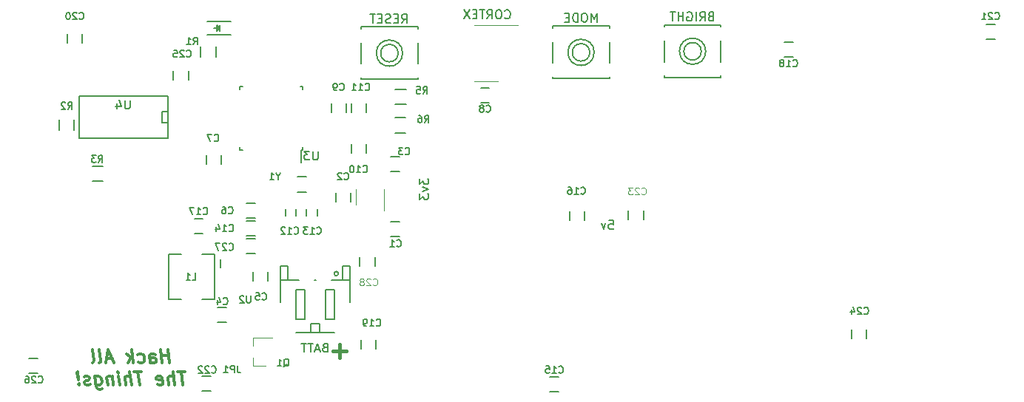
<source format=gbo>
G04 #@! TF.FileFunction,Legend,Bot*
%FSLAX46Y46*%
G04 Gerber Fmt 4.6, Leading zero omitted, Abs format (unit mm)*
G04 Created by KiCad (PCBNEW 4.0.4+e1-6308~48~ubuntu14.04.1-stable) date Wed Jun 28 21:35:02 2017*
%MOMM*%
%LPD*%
G01*
G04 APERTURE LIST*
%ADD10C,0.100000*%
%ADD11C,0.300000*%
%ADD12C,0.400000*%
%ADD13C,0.150000*%
%ADD14C,0.120000*%
%ADD15C,0.450000*%
%ADD16C,0.889000*%
%ADD17R,0.380000X0.900000*%
%ADD18R,2.250000X1.700000*%
%ADD19R,0.650000X1.700000*%
%ADD20R,1.700000X0.650000*%
%ADD21R,1.100000X3.600000*%
%ADD22R,1.700000X3.500000*%
%ADD23R,0.750000X1.160000*%
%ADD24R,0.608000X1.243000*%
%ADD25C,3.100000*%
%ADD26R,1.100000X1.900000*%
%ADD27R,2.100000X2.100000*%
%ADD28R,2.500000X0.850000*%
%ADD29R,3.300000X1.100000*%
%ADD30R,0.500000X1.450000*%
%ADD31R,2.200000X1.700000*%
%ADD32R,1.900000X2.000000*%
%ADD33C,6.100000*%
%ADD34R,1.298880X1.298880*%
%ADD35R,0.850000X0.900000*%
%ADD36R,1.100000X1.350000*%
%ADD37R,1.350000X1.100000*%
%ADD38R,1.400000X0.800000*%
%ADD39R,0.800000X1.400000*%
%ADD40R,1.000000X0.900000*%
%ADD41R,0.584200X0.965200*%
G04 APERTURE END LIST*
D10*
D11*
X55368963Y-73698571D02*
X55181463Y-72198571D01*
X55270749Y-72912857D02*
X54413606Y-72912857D01*
X54511820Y-73698571D02*
X54324320Y-72198571D01*
X53154677Y-73698571D02*
X53056463Y-72912857D01*
X53110035Y-72770000D01*
X53243963Y-72698571D01*
X53529677Y-72698571D01*
X53681463Y-72770000D01*
X53145749Y-73627143D02*
X53297534Y-73698571D01*
X53654677Y-73698571D01*
X53788606Y-73627143D01*
X53842178Y-73484286D01*
X53824321Y-73341429D01*
X53735034Y-73198571D01*
X53583249Y-73127143D01*
X53226106Y-73127143D01*
X53074320Y-73055714D01*
X51788606Y-73627143D02*
X51940391Y-73698571D01*
X52226105Y-73698571D01*
X52360035Y-73627143D01*
X52422534Y-73555714D01*
X52476106Y-73412857D01*
X52422535Y-72984286D01*
X52333249Y-72841429D01*
X52252892Y-72770000D01*
X52101105Y-72698571D01*
X51815391Y-72698571D01*
X51681463Y-72770000D01*
X51154677Y-73698571D02*
X50967177Y-72198571D01*
X50940392Y-73127143D02*
X50583249Y-73698571D01*
X50458249Y-72698571D02*
X51101106Y-73270000D01*
X48815392Y-73270000D02*
X48101106Y-73270000D01*
X49011820Y-73698571D02*
X48324320Y-72198571D01*
X48011820Y-73698571D01*
X47297534Y-73698571D02*
X47431464Y-73627143D01*
X47485035Y-73484286D01*
X47324320Y-72198571D01*
X46511820Y-73698571D02*
X46645750Y-73627143D01*
X46699321Y-73484286D01*
X46538606Y-72198571D01*
X57074321Y-74748571D02*
X56217178Y-74748571D01*
X56833249Y-76248571D02*
X56645749Y-74748571D01*
X55904678Y-76248571D02*
X55717178Y-74748571D01*
X55261821Y-76248571D02*
X55163607Y-75462857D01*
X55217179Y-75320000D01*
X55351107Y-75248571D01*
X55565392Y-75248571D01*
X55717179Y-75320000D01*
X55797536Y-75391429D01*
X53967179Y-76177143D02*
X54118964Y-76248571D01*
X54404678Y-76248571D01*
X54538607Y-76177143D01*
X54592179Y-76034286D01*
X54520750Y-75462857D01*
X54431464Y-75320000D01*
X54279678Y-75248571D01*
X53993964Y-75248571D01*
X53860036Y-75320000D01*
X53806464Y-75462857D01*
X53824321Y-75605714D01*
X54556464Y-75748571D01*
X52145750Y-74748571D02*
X51288607Y-74748571D01*
X51904678Y-76248571D02*
X51717178Y-74748571D01*
X50976107Y-76248571D02*
X50788607Y-74748571D01*
X50333250Y-76248571D02*
X50235036Y-75462857D01*
X50288608Y-75320000D01*
X50422536Y-75248571D01*
X50636821Y-75248571D01*
X50788608Y-75320000D01*
X50868965Y-75391429D01*
X49618964Y-76248571D02*
X49493964Y-75248571D01*
X49431464Y-74748571D02*
X49511822Y-74820000D01*
X49449322Y-74891429D01*
X49368965Y-74820000D01*
X49431464Y-74748571D01*
X49449322Y-74891429D01*
X48779678Y-75248571D02*
X48904678Y-76248571D01*
X48797536Y-75391429D02*
X48717179Y-75320000D01*
X48565392Y-75248571D01*
X48351107Y-75248571D01*
X48217179Y-75320000D01*
X48163607Y-75462857D01*
X48261821Y-76248571D01*
X46779678Y-75248571D02*
X46931464Y-76462857D01*
X47020750Y-76605714D01*
X47101107Y-76677143D01*
X47252892Y-76748571D01*
X47467178Y-76748571D01*
X47601107Y-76677143D01*
X46895750Y-76177143D02*
X47047535Y-76248571D01*
X47333249Y-76248571D01*
X47467179Y-76177143D01*
X47529678Y-76105714D01*
X47583250Y-75962857D01*
X47529679Y-75534286D01*
X47440393Y-75391429D01*
X47360036Y-75320000D01*
X47208249Y-75248571D01*
X46922535Y-75248571D01*
X46788607Y-75320000D01*
X46252893Y-76177143D02*
X46118964Y-76248571D01*
X45833249Y-76248571D01*
X45681464Y-76177143D01*
X45592179Y-76034286D01*
X45583250Y-75962857D01*
X45636821Y-75820000D01*
X45770749Y-75748571D01*
X45985035Y-75748571D01*
X46118964Y-75677143D01*
X46172536Y-75534286D01*
X46163607Y-75462857D01*
X46074321Y-75320000D01*
X45922535Y-75248571D01*
X45708249Y-75248571D01*
X45574321Y-75320000D01*
X44958249Y-76105714D02*
X44895750Y-76177143D01*
X44976106Y-76248571D01*
X45038607Y-76177143D01*
X44958249Y-76105714D01*
X44976106Y-76248571D01*
X44904678Y-75677143D02*
X44868964Y-74820000D01*
X44788606Y-74748571D01*
X44726107Y-74820000D01*
X44904678Y-75677143D01*
X44788606Y-74748571D01*
D12*
X75564905Y-72405857D02*
X74041095Y-72405857D01*
X74803000Y-73167762D02*
X74803000Y-71643952D01*
D13*
X61145000Y-62800000D02*
X61145000Y-61900000D01*
X70606000Y-49345000D02*
X70381000Y-49345000D01*
X70606000Y-42095000D02*
X70281000Y-42095000D01*
X63356000Y-42095000D02*
X63681000Y-42095000D01*
X63356000Y-49345000D02*
X63681000Y-49345000D01*
X70606000Y-49345000D02*
X70606000Y-49020000D01*
X63356000Y-49345000D02*
X63356000Y-49020000D01*
X63356000Y-42095000D02*
X63356000Y-42420000D01*
X70606000Y-42095000D02*
X70606000Y-42420000D01*
X70381000Y-49345000D02*
X70381000Y-50770000D01*
X74659000Y-63515000D02*
G75*
G03X74659000Y-63515000I-250000J0D01*
G01*
X72509000Y-70265000D02*
X72509000Y-69265000D01*
X72509000Y-69265000D02*
X71509000Y-69265000D01*
X71509000Y-69265000D02*
X71509000Y-70265000D01*
X73909000Y-64265000D02*
X75159000Y-64265000D01*
X75159000Y-64265000D02*
X75159000Y-62665000D01*
X75159000Y-62665000D02*
X75959000Y-62665000D01*
X75959000Y-62665000D02*
X75959000Y-66765000D01*
X75159000Y-64265000D02*
X75959000Y-64265000D01*
X70109000Y-64265000D02*
X68859000Y-64265000D01*
X68859000Y-64265000D02*
X68859000Y-62665000D01*
X68859000Y-62665000D02*
X68059000Y-62665000D01*
X68059000Y-62665000D02*
X68059000Y-66765000D01*
X68859000Y-64265000D02*
X68059000Y-64265000D01*
X74209000Y-70265000D02*
X69809000Y-70265000D01*
X74209000Y-65365000D02*
X74209000Y-68765000D01*
X74209000Y-68765000D02*
X73209000Y-68765000D01*
X73209000Y-68765000D02*
X73209000Y-65365000D01*
X73209000Y-65365000D02*
X74209000Y-65365000D01*
X69809000Y-65365000D02*
X69809000Y-68765000D01*
X69809000Y-68765000D02*
X70809000Y-68765000D01*
X70809000Y-68765000D02*
X70809000Y-65365000D01*
X70809000Y-65365000D02*
X69809000Y-65365000D01*
X72109000Y-64265000D02*
X71909000Y-64265000D01*
D14*
X76624000Y-55637000D02*
X76624000Y-53837000D01*
X79844000Y-53837000D02*
X79844000Y-56287000D01*
D13*
X44958000Y-43180000D02*
X44958000Y-48006000D01*
X44958000Y-48006000D02*
X55118000Y-48006000D01*
X55118000Y-48006000D02*
X55118000Y-43180000D01*
X55118000Y-43180000D02*
X44958000Y-43180000D01*
X55118000Y-44958000D02*
X54483000Y-44958000D01*
X54483000Y-44958000D02*
X54483000Y-46228000D01*
X54483000Y-46228000D02*
X55118000Y-46228000D01*
X70973500Y-54176500D02*
X69973500Y-54176500D01*
X70973500Y-52376500D02*
X69973500Y-52376500D01*
X56675000Y-66475000D02*
X55275000Y-66475000D01*
X55275000Y-66475000D02*
X55275000Y-61275000D01*
X55275000Y-61275000D02*
X56675000Y-61275000D01*
X60475000Y-66475000D02*
X60475000Y-61275000D01*
X60475000Y-61275000D02*
X59075000Y-61275000D01*
X60475000Y-66475000D02*
X59075000Y-66475000D01*
D14*
X92906000Y-35053000D02*
X92906000Y-35033000D01*
X92906000Y-35033000D02*
X90246000Y-35033000D01*
X90246000Y-35033000D02*
X90246000Y-35053000D01*
X92906000Y-41483000D02*
X92906000Y-41503000D01*
X92906000Y-41503000D02*
X90246000Y-41503000D01*
X90246000Y-41503000D02*
X90246000Y-41483000D01*
X95211000Y-35053000D02*
X92906000Y-35053000D01*
D13*
X77250000Y-35250000D02*
X77250000Y-35450000D01*
X77250000Y-41250000D02*
X77250000Y-41050000D01*
X83750000Y-41250000D02*
X83750000Y-41050000D01*
X83750000Y-35250000D02*
X83750000Y-35450000D01*
X83750000Y-37050000D02*
X83750000Y-39450000D01*
X77250000Y-37050000D02*
X77250000Y-39450000D01*
X77250000Y-35250000D02*
X83750000Y-35250000D01*
X83750000Y-41250000D02*
X77250000Y-41250000D01*
X81500000Y-38250000D02*
G75*
G03X81500000Y-38250000I-1000000J0D01*
G01*
X82000000Y-38250000D02*
G75*
G03X82000000Y-38250000I-1500000J0D01*
G01*
X105675500Y-41163500D02*
X105675500Y-40963500D01*
X105675500Y-35163500D02*
X105675500Y-35363500D01*
X99175500Y-35163500D02*
X99175500Y-35363500D01*
X99175500Y-41163500D02*
X99175500Y-40963500D01*
X99175500Y-39363500D02*
X99175500Y-36963500D01*
X105675500Y-39363500D02*
X105675500Y-36963500D01*
X105675500Y-41163500D02*
X99175500Y-41163500D01*
X99175500Y-35163500D02*
X105675500Y-35163500D01*
X103425500Y-38163500D02*
G75*
G03X103425500Y-38163500I-1000000J0D01*
G01*
X103925500Y-38163500D02*
G75*
G03X103925500Y-38163500I-1500000J0D01*
G01*
X118439000Y-41036500D02*
X118439000Y-40836500D01*
X118439000Y-35036500D02*
X118439000Y-35236500D01*
X111939000Y-35036500D02*
X111939000Y-35236500D01*
X111939000Y-41036500D02*
X111939000Y-40836500D01*
X111939000Y-39236500D02*
X111939000Y-36836500D01*
X118439000Y-39236500D02*
X118439000Y-36836500D01*
X118439000Y-41036500D02*
X111939000Y-41036500D01*
X111939000Y-35036500D02*
X118439000Y-35036500D01*
X116189000Y-38036500D02*
G75*
G03X116189000Y-38036500I-1000000J0D01*
G01*
X116689000Y-38036500D02*
G75*
G03X116689000Y-38036500I-1500000J0D01*
G01*
X62369500Y-36119500D02*
X59669500Y-36119500D01*
X62369500Y-34619500D02*
X59669500Y-34619500D01*
X60869500Y-35519500D02*
X60869500Y-35269500D01*
X60869500Y-35269500D02*
X61019500Y-35419500D01*
X61119500Y-35019500D02*
X61119500Y-35719500D01*
X60769500Y-35369500D02*
X60419500Y-35369500D01*
X61119500Y-35369500D02*
X60769500Y-35019500D01*
X60769500Y-35019500D02*
X60769500Y-35719500D01*
X60769500Y-35719500D02*
X61119500Y-35369500D01*
X68615000Y-56165000D02*
X68615000Y-56865000D01*
X69815000Y-56865000D02*
X69815000Y-56165000D01*
X71028000Y-56165000D02*
X71028000Y-56865000D01*
X72228000Y-56865000D02*
X72228000Y-56165000D01*
X81655000Y-59270000D02*
X80655000Y-59270000D01*
X80655000Y-57570000D02*
X81655000Y-57570000D01*
X74336000Y-55237000D02*
X74336000Y-54237000D01*
X76036000Y-54237000D02*
X76036000Y-55237000D01*
X81655000Y-51777000D02*
X80655000Y-51777000D01*
X80655000Y-50077000D02*
X81655000Y-50077000D01*
X60841000Y-67349000D02*
X61841000Y-67349000D01*
X61841000Y-69049000D02*
X60841000Y-69049000D01*
X66597000Y-63300000D02*
X66597000Y-64300000D01*
X64897000Y-64300000D02*
X64897000Y-63300000D01*
X65143000Y-57111000D02*
X64143000Y-57111000D01*
X64143000Y-55411000D02*
X65143000Y-55411000D01*
X65143000Y-59143000D02*
X64143000Y-59143000D01*
X64143000Y-57443000D02*
X65143000Y-57443000D01*
X65143000Y-61175000D02*
X64143000Y-61175000D01*
X64143000Y-59475000D02*
X65143000Y-59475000D01*
X60628500Y-38700000D02*
X60628500Y-37500000D01*
X58878500Y-37500000D02*
X58878500Y-38700000D01*
X59538500Y-50919000D02*
X59538500Y-49919000D01*
X61238500Y-49919000D02*
X61238500Y-50919000D01*
X75589500Y-44013500D02*
X75589500Y-45013500D01*
X73889500Y-45013500D02*
X73889500Y-44013500D01*
X76175500Y-49712500D02*
X76175500Y-48712500D01*
X77875500Y-48712500D02*
X77875500Y-49712500D01*
X77875500Y-44013500D02*
X77875500Y-45013500D01*
X76175500Y-45013500D02*
X76175500Y-44013500D01*
X91940000Y-43903000D02*
X90940000Y-43903000D01*
X90940000Y-42203000D02*
X91940000Y-42203000D01*
X81188000Y-44118500D02*
X82388000Y-44118500D01*
X82388000Y-42368500D02*
X81188000Y-42368500D01*
X82350000Y-45625000D02*
X81150000Y-45625000D01*
X81150000Y-47375000D02*
X82350000Y-47375000D01*
X98877500Y-75350000D02*
X99877500Y-75350000D01*
X99877500Y-77050000D02*
X98877500Y-77050000D01*
X101136000Y-57396000D02*
X101136000Y-56396000D01*
X102836000Y-56396000D02*
X102836000Y-57396000D01*
X126674500Y-38696000D02*
X125674500Y-38696000D01*
X125674500Y-36996000D02*
X126674500Y-36996000D01*
X78955000Y-71128000D02*
X78955000Y-72128000D01*
X77255000Y-72128000D02*
X77255000Y-71128000D01*
X45363500Y-36076000D02*
X45363500Y-37076000D01*
X43663500Y-37076000D02*
X43663500Y-36076000D01*
X148788500Y-34964000D02*
X149788500Y-34964000D01*
X149788500Y-36664000D02*
X148788500Y-36664000D01*
X59063000Y-75223000D02*
X60063000Y-75223000D01*
X60063000Y-76923000D02*
X59063000Y-76923000D01*
X135089000Y-69921500D02*
X135089000Y-70921500D01*
X133389000Y-70921500D02*
X133389000Y-69921500D01*
X57492000Y-40267000D02*
X57492000Y-41267000D01*
X55792000Y-41267000D02*
X55792000Y-40267000D01*
X40251000Y-74954500D02*
X39251000Y-74954500D01*
X39251000Y-73254500D02*
X40251000Y-73254500D01*
D14*
X64899000Y-74033500D02*
X64899000Y-73103500D01*
X64899000Y-70873500D02*
X64899000Y-71803500D01*
X64899000Y-70873500D02*
X67059000Y-70873500D01*
X64899000Y-74033500D02*
X66359000Y-74033500D01*
D13*
X58174000Y-57189000D02*
X59174000Y-57189000D01*
X59174000Y-58889000D02*
X58174000Y-58889000D01*
X42686000Y-45882000D02*
X42686000Y-47082000D01*
X44436000Y-47082000D02*
X44436000Y-45882000D01*
X46517000Y-52945000D02*
X47717000Y-52945000D01*
X47717000Y-51195000D02*
X46517000Y-51195000D01*
X107862000Y-57269000D02*
X107862000Y-56269000D01*
X109562000Y-56269000D02*
X109562000Y-57269000D01*
X77128000Y-62603000D02*
X77128000Y-61603000D01*
X78828000Y-61603000D02*
X78828000Y-62603000D01*
X64617524Y-66046405D02*
X64617524Y-66694024D01*
X64579429Y-66770214D01*
X64541333Y-66808310D01*
X64465143Y-66846405D01*
X64312762Y-66846405D01*
X64236571Y-66808310D01*
X64198476Y-66770214D01*
X64160381Y-66694024D01*
X64160381Y-66046405D01*
X63817524Y-66122595D02*
X63779429Y-66084500D01*
X63703238Y-66046405D01*
X63512762Y-66046405D01*
X63436572Y-66084500D01*
X63398476Y-66122595D01*
X63360381Y-66198786D01*
X63360381Y-66274976D01*
X63398476Y-66389262D01*
X63855619Y-66846405D01*
X63360381Y-66846405D01*
X72314905Y-49490381D02*
X72314905Y-50299905D01*
X72267286Y-50395143D01*
X72219667Y-50442762D01*
X72124429Y-50490381D01*
X71933952Y-50490381D01*
X71838714Y-50442762D01*
X71791095Y-50395143D01*
X71743476Y-50299905D01*
X71743476Y-49490381D01*
X71362524Y-49490381D02*
X70743476Y-49490381D01*
X71076810Y-49871333D01*
X70933952Y-49871333D01*
X70838714Y-49918952D01*
X70791095Y-49966571D01*
X70743476Y-50061810D01*
X70743476Y-50299905D01*
X70791095Y-50395143D01*
X70838714Y-50442762D01*
X70933952Y-50490381D01*
X71219667Y-50490381D01*
X71314905Y-50442762D01*
X71362524Y-50395143D01*
X73128047Y-71968571D02*
X72985190Y-72016190D01*
X72937571Y-72063810D01*
X72889952Y-72159048D01*
X72889952Y-72301905D01*
X72937571Y-72397143D01*
X72985190Y-72444762D01*
X73080428Y-72492381D01*
X73461381Y-72492381D01*
X73461381Y-71492381D01*
X73128047Y-71492381D01*
X73032809Y-71540000D01*
X72985190Y-71587619D01*
X72937571Y-71682857D01*
X72937571Y-71778095D01*
X72985190Y-71873333D01*
X73032809Y-71920952D01*
X73128047Y-71968571D01*
X73461381Y-71968571D01*
X72509000Y-72206667D02*
X72032809Y-72206667D01*
X72604238Y-72492381D02*
X72270905Y-71492381D01*
X71937571Y-72492381D01*
X71747095Y-71492381D02*
X71175666Y-71492381D01*
X71461381Y-72492381D02*
X71461381Y-71492381D01*
X70985190Y-71492381D02*
X70413761Y-71492381D01*
X70699476Y-72492381D02*
X70699476Y-71492381D01*
D10*
X80554952Y-54432238D02*
X80878762Y-54432238D01*
X80916857Y-54451286D01*
X80935905Y-54470333D01*
X80954952Y-54508429D01*
X80954952Y-54584619D01*
X80935905Y-54622714D01*
X80916857Y-54641762D01*
X80878762Y-54660810D01*
X80554952Y-54660810D01*
X80954952Y-55060810D02*
X80954952Y-54832238D01*
X80954952Y-54946524D02*
X80554952Y-54946524D01*
X80612095Y-54908429D01*
X80650190Y-54870334D01*
X80669238Y-54832238D01*
D13*
X50799905Y-43648381D02*
X50799905Y-44457905D01*
X50752286Y-44553143D01*
X50704667Y-44600762D01*
X50609429Y-44648381D01*
X50418952Y-44648381D01*
X50323714Y-44600762D01*
X50276095Y-44553143D01*
X50228476Y-44457905D01*
X50228476Y-43648381D01*
X49323714Y-43981714D02*
X49323714Y-44648381D01*
X49561810Y-43600762D02*
X49799905Y-44315048D01*
X49180857Y-44315048D01*
X83986381Y-52657524D02*
X83986381Y-53276572D01*
X84367333Y-52943238D01*
X84367333Y-53086096D01*
X84414952Y-53181334D01*
X84462571Y-53228953D01*
X84557810Y-53276572D01*
X84795905Y-53276572D01*
X84891143Y-53228953D01*
X84938762Y-53181334D01*
X84986381Y-53086096D01*
X84986381Y-52800381D01*
X84938762Y-52705143D01*
X84891143Y-52657524D01*
X84319714Y-53609905D02*
X84986381Y-53848000D01*
X84319714Y-54086096D01*
X83986381Y-54371810D02*
X83986381Y-54990858D01*
X84367333Y-54657524D01*
X84367333Y-54800382D01*
X84414952Y-54895620D01*
X84462571Y-54943239D01*
X84557810Y-54990858D01*
X84795905Y-54990858D01*
X84891143Y-54943239D01*
X84938762Y-54895620D01*
X84986381Y-54800382D01*
X84986381Y-54514667D01*
X84938762Y-54419429D01*
X84891143Y-54371810D01*
X105616357Y-57427881D02*
X106092548Y-57427881D01*
X106140167Y-57904071D01*
X106092548Y-57856452D01*
X105997310Y-57808833D01*
X105759214Y-57808833D01*
X105663976Y-57856452D01*
X105616357Y-57904071D01*
X105568738Y-57999310D01*
X105568738Y-58237405D01*
X105616357Y-58332643D01*
X105663976Y-58380262D01*
X105759214Y-58427881D01*
X105997310Y-58427881D01*
X106092548Y-58380262D01*
X106140167Y-58332643D01*
X105235405Y-57761214D02*
X104997310Y-58427881D01*
X104759214Y-57761214D01*
X67754452Y-52368452D02*
X67754452Y-52749405D01*
X68021119Y-51949405D02*
X67754452Y-52368452D01*
X67487785Y-51949405D01*
X66802071Y-52749405D02*
X67259214Y-52749405D01*
X67030643Y-52749405D02*
X67030643Y-51949405D01*
X67106833Y-52063690D01*
X67183024Y-52139881D01*
X67259214Y-52177976D01*
X57918333Y-64242905D02*
X58299286Y-64242905D01*
X58299286Y-63442905D01*
X57232619Y-64242905D02*
X57689762Y-64242905D01*
X57461191Y-64242905D02*
X57461191Y-63442905D01*
X57537381Y-63557190D01*
X57613572Y-63633381D01*
X57689762Y-63671476D01*
X93717809Y-34202643D02*
X93765428Y-34250262D01*
X93908285Y-34297881D01*
X94003523Y-34297881D01*
X94146381Y-34250262D01*
X94241619Y-34155024D01*
X94289238Y-34059786D01*
X94336857Y-33869310D01*
X94336857Y-33726452D01*
X94289238Y-33535976D01*
X94241619Y-33440738D01*
X94146381Y-33345500D01*
X94003523Y-33297881D01*
X93908285Y-33297881D01*
X93765428Y-33345500D01*
X93717809Y-33393119D01*
X93098762Y-33297881D02*
X92908285Y-33297881D01*
X92813047Y-33345500D01*
X92717809Y-33440738D01*
X92670190Y-33631214D01*
X92670190Y-33964548D01*
X92717809Y-34155024D01*
X92813047Y-34250262D01*
X92908285Y-34297881D01*
X93098762Y-34297881D01*
X93194000Y-34250262D01*
X93289238Y-34155024D01*
X93336857Y-33964548D01*
X93336857Y-33631214D01*
X93289238Y-33440738D01*
X93194000Y-33345500D01*
X93098762Y-33297881D01*
X91670190Y-34297881D02*
X92003524Y-33821690D01*
X92241619Y-34297881D02*
X92241619Y-33297881D01*
X91860666Y-33297881D01*
X91765428Y-33345500D01*
X91717809Y-33393119D01*
X91670190Y-33488357D01*
X91670190Y-33631214D01*
X91717809Y-33726452D01*
X91765428Y-33774071D01*
X91860666Y-33821690D01*
X92241619Y-33821690D01*
X91384476Y-33297881D02*
X90813047Y-33297881D01*
X91098762Y-34297881D02*
X91098762Y-33297881D01*
X90479714Y-33774071D02*
X90146380Y-33774071D01*
X90003523Y-34297881D02*
X90479714Y-34297881D01*
X90479714Y-33297881D01*
X90003523Y-33297881D01*
X89670190Y-33297881D02*
X89003523Y-34297881D01*
X89003523Y-33297881D02*
X89670190Y-34297881D01*
X81906881Y-34805881D02*
X82240215Y-34329690D01*
X82478310Y-34805881D02*
X82478310Y-33805881D01*
X82097357Y-33805881D01*
X82002119Y-33853500D01*
X81954500Y-33901119D01*
X81906881Y-33996357D01*
X81906881Y-34139214D01*
X81954500Y-34234452D01*
X82002119Y-34282071D01*
X82097357Y-34329690D01*
X82478310Y-34329690D01*
X81478310Y-34282071D02*
X81144976Y-34282071D01*
X81002119Y-34805881D02*
X81478310Y-34805881D01*
X81478310Y-33805881D01*
X81002119Y-33805881D01*
X80621167Y-34758262D02*
X80478310Y-34805881D01*
X80240214Y-34805881D01*
X80144976Y-34758262D01*
X80097357Y-34710643D01*
X80049738Y-34615405D01*
X80049738Y-34520167D01*
X80097357Y-34424929D01*
X80144976Y-34377310D01*
X80240214Y-34329690D01*
X80430691Y-34282071D01*
X80525929Y-34234452D01*
X80573548Y-34186833D01*
X80621167Y-34091595D01*
X80621167Y-33996357D01*
X80573548Y-33901119D01*
X80525929Y-33853500D01*
X80430691Y-33805881D01*
X80192595Y-33805881D01*
X80049738Y-33853500D01*
X79621167Y-34282071D02*
X79287833Y-34282071D01*
X79144976Y-34805881D02*
X79621167Y-34805881D01*
X79621167Y-33805881D01*
X79144976Y-33805881D01*
X78859262Y-33805881D02*
X78287833Y-33805881D01*
X78573548Y-34805881D02*
X78573548Y-33805881D01*
X104235024Y-34678881D02*
X104235024Y-33678881D01*
X103901690Y-34393167D01*
X103568357Y-33678881D01*
X103568357Y-34678881D01*
X102901691Y-33678881D02*
X102711214Y-33678881D01*
X102615976Y-33726500D01*
X102520738Y-33821738D01*
X102473119Y-34012214D01*
X102473119Y-34345548D01*
X102520738Y-34536024D01*
X102615976Y-34631262D01*
X102711214Y-34678881D01*
X102901691Y-34678881D01*
X102996929Y-34631262D01*
X103092167Y-34536024D01*
X103139786Y-34345548D01*
X103139786Y-34012214D01*
X103092167Y-33821738D01*
X102996929Y-33726500D01*
X102901691Y-33678881D01*
X102044548Y-34678881D02*
X102044548Y-33678881D01*
X101806453Y-33678881D01*
X101663595Y-33726500D01*
X101568357Y-33821738D01*
X101520738Y-33916976D01*
X101473119Y-34107452D01*
X101473119Y-34250310D01*
X101520738Y-34440786D01*
X101568357Y-34536024D01*
X101663595Y-34631262D01*
X101806453Y-34678881D01*
X102044548Y-34678881D01*
X101044548Y-34155071D02*
X100711214Y-34155071D01*
X100568357Y-34678881D02*
X101044548Y-34678881D01*
X101044548Y-33678881D01*
X100568357Y-33678881D01*
X117260428Y-34028071D02*
X117117571Y-34075690D01*
X117069952Y-34123310D01*
X117022333Y-34218548D01*
X117022333Y-34361405D01*
X117069952Y-34456643D01*
X117117571Y-34504262D01*
X117212809Y-34551881D01*
X117593762Y-34551881D01*
X117593762Y-33551881D01*
X117260428Y-33551881D01*
X117165190Y-33599500D01*
X117117571Y-33647119D01*
X117069952Y-33742357D01*
X117069952Y-33837595D01*
X117117571Y-33932833D01*
X117165190Y-33980452D01*
X117260428Y-34028071D01*
X117593762Y-34028071D01*
X116022333Y-34551881D02*
X116355667Y-34075690D01*
X116593762Y-34551881D02*
X116593762Y-33551881D01*
X116212809Y-33551881D01*
X116117571Y-33599500D01*
X116069952Y-33647119D01*
X116022333Y-33742357D01*
X116022333Y-33885214D01*
X116069952Y-33980452D01*
X116117571Y-34028071D01*
X116212809Y-34075690D01*
X116593762Y-34075690D01*
X115593762Y-34551881D02*
X115593762Y-33551881D01*
X114593762Y-33599500D02*
X114689000Y-33551881D01*
X114831857Y-33551881D01*
X114974715Y-33599500D01*
X115069953Y-33694738D01*
X115117572Y-33789976D01*
X115165191Y-33980452D01*
X115165191Y-34123310D01*
X115117572Y-34313786D01*
X115069953Y-34409024D01*
X114974715Y-34504262D01*
X114831857Y-34551881D01*
X114736619Y-34551881D01*
X114593762Y-34504262D01*
X114546143Y-34456643D01*
X114546143Y-34123310D01*
X114736619Y-34123310D01*
X114117572Y-34551881D02*
X114117572Y-33551881D01*
X114117572Y-34028071D02*
X113546143Y-34028071D01*
X113546143Y-34551881D02*
X113546143Y-33551881D01*
X113212810Y-33551881D02*
X112641381Y-33551881D01*
X112927096Y-34551881D02*
X112927096Y-33551881D01*
X69602286Y-58896214D02*
X69640381Y-58934310D01*
X69754667Y-58972405D01*
X69830857Y-58972405D01*
X69945143Y-58934310D01*
X70021334Y-58858119D01*
X70059429Y-58781929D01*
X70097524Y-58629548D01*
X70097524Y-58515262D01*
X70059429Y-58362881D01*
X70021334Y-58286690D01*
X69945143Y-58210500D01*
X69830857Y-58172405D01*
X69754667Y-58172405D01*
X69640381Y-58210500D01*
X69602286Y-58248595D01*
X68840381Y-58972405D02*
X69297524Y-58972405D01*
X69068953Y-58972405D02*
X69068953Y-58172405D01*
X69145143Y-58286690D01*
X69221334Y-58362881D01*
X69297524Y-58400976D01*
X68535619Y-58248595D02*
X68497524Y-58210500D01*
X68421333Y-58172405D01*
X68230857Y-58172405D01*
X68154667Y-58210500D01*
X68116571Y-58248595D01*
X68078476Y-58324786D01*
X68078476Y-58400976D01*
X68116571Y-58515262D01*
X68573714Y-58972405D01*
X68078476Y-58972405D01*
X72205786Y-58896214D02*
X72243881Y-58934310D01*
X72358167Y-58972405D01*
X72434357Y-58972405D01*
X72548643Y-58934310D01*
X72624834Y-58858119D01*
X72662929Y-58781929D01*
X72701024Y-58629548D01*
X72701024Y-58515262D01*
X72662929Y-58362881D01*
X72624834Y-58286690D01*
X72548643Y-58210500D01*
X72434357Y-58172405D01*
X72358167Y-58172405D01*
X72243881Y-58210500D01*
X72205786Y-58248595D01*
X71443881Y-58972405D02*
X71901024Y-58972405D01*
X71672453Y-58972405D02*
X71672453Y-58172405D01*
X71748643Y-58286690D01*
X71824834Y-58362881D01*
X71901024Y-58400976D01*
X71177214Y-58172405D02*
X70681976Y-58172405D01*
X70948643Y-58477167D01*
X70834357Y-58477167D01*
X70758167Y-58515262D01*
X70720071Y-58553357D01*
X70681976Y-58629548D01*
X70681976Y-58820024D01*
X70720071Y-58896214D01*
X70758167Y-58934310D01*
X70834357Y-58972405D01*
X71062929Y-58972405D01*
X71139119Y-58934310D01*
X71177214Y-58896214D01*
X81349833Y-60356714D02*
X81387928Y-60394810D01*
X81502214Y-60432905D01*
X81578404Y-60432905D01*
X81692690Y-60394810D01*
X81768881Y-60318619D01*
X81806976Y-60242429D01*
X81845071Y-60090048D01*
X81845071Y-59975762D01*
X81806976Y-59823381D01*
X81768881Y-59747190D01*
X81692690Y-59671000D01*
X81578404Y-59632905D01*
X81502214Y-59632905D01*
X81387928Y-59671000D01*
X81349833Y-59709095D01*
X80587928Y-60432905D02*
X81045071Y-60432905D01*
X80816500Y-60432905D02*
X80816500Y-59632905D01*
X80892690Y-59747190D01*
X80968881Y-59823381D01*
X81045071Y-59861476D01*
X75317333Y-52673214D02*
X75355428Y-52711310D01*
X75469714Y-52749405D01*
X75545904Y-52749405D01*
X75660190Y-52711310D01*
X75736381Y-52635119D01*
X75774476Y-52558929D01*
X75812571Y-52406548D01*
X75812571Y-52292262D01*
X75774476Y-52139881D01*
X75736381Y-52063690D01*
X75660190Y-51987500D01*
X75545904Y-51949405D01*
X75469714Y-51949405D01*
X75355428Y-51987500D01*
X75317333Y-52025595D01*
X75012571Y-52025595D02*
X74974476Y-51987500D01*
X74898285Y-51949405D01*
X74707809Y-51949405D01*
X74631619Y-51987500D01*
X74593523Y-52025595D01*
X74555428Y-52101786D01*
X74555428Y-52177976D01*
X74593523Y-52292262D01*
X75050666Y-52749405D01*
X74555428Y-52749405D01*
X82302333Y-49815714D02*
X82340428Y-49853810D01*
X82454714Y-49891905D01*
X82530904Y-49891905D01*
X82645190Y-49853810D01*
X82721381Y-49777619D01*
X82759476Y-49701429D01*
X82797571Y-49549048D01*
X82797571Y-49434762D01*
X82759476Y-49282381D01*
X82721381Y-49206190D01*
X82645190Y-49130000D01*
X82530904Y-49091905D01*
X82454714Y-49091905D01*
X82340428Y-49130000D01*
X82302333Y-49168095D01*
X82035666Y-49091905D02*
X81540428Y-49091905D01*
X81807095Y-49396667D01*
X81692809Y-49396667D01*
X81616619Y-49434762D01*
X81578523Y-49472857D01*
X81540428Y-49549048D01*
X81540428Y-49739524D01*
X81578523Y-49815714D01*
X81616619Y-49853810D01*
X81692809Y-49891905D01*
X81921381Y-49891905D01*
X81997571Y-49853810D01*
X82035666Y-49815714D01*
X61503833Y-66979214D02*
X61541928Y-67017310D01*
X61656214Y-67055405D01*
X61732404Y-67055405D01*
X61846690Y-67017310D01*
X61922881Y-66941119D01*
X61960976Y-66864929D01*
X61999071Y-66712548D01*
X61999071Y-66598262D01*
X61960976Y-66445881D01*
X61922881Y-66369690D01*
X61846690Y-66293500D01*
X61732404Y-66255405D01*
X61656214Y-66255405D01*
X61541928Y-66293500D01*
X61503833Y-66331595D01*
X60818119Y-66522071D02*
X60818119Y-67055405D01*
X61008595Y-66217310D02*
X61199071Y-66788738D01*
X60703833Y-66788738D01*
X65919333Y-66452714D02*
X65957428Y-66490810D01*
X66071714Y-66528905D01*
X66147904Y-66528905D01*
X66262190Y-66490810D01*
X66338381Y-66414619D01*
X66376476Y-66338429D01*
X66414571Y-66186048D01*
X66414571Y-66071762D01*
X66376476Y-65919381D01*
X66338381Y-65843190D01*
X66262190Y-65767000D01*
X66147904Y-65728905D01*
X66071714Y-65728905D01*
X65957428Y-65767000D01*
X65919333Y-65805095D01*
X65195523Y-65728905D02*
X65576476Y-65728905D01*
X65614571Y-66109857D01*
X65576476Y-66071762D01*
X65500285Y-66033667D01*
X65309809Y-66033667D01*
X65233619Y-66071762D01*
X65195523Y-66109857D01*
X65157428Y-66186048D01*
X65157428Y-66376524D01*
X65195523Y-66452714D01*
X65233619Y-66490810D01*
X65309809Y-66528905D01*
X65500285Y-66528905D01*
X65576476Y-66490810D01*
X65614571Y-66452714D01*
X62084833Y-56564214D02*
X62122928Y-56602310D01*
X62237214Y-56640405D01*
X62313404Y-56640405D01*
X62427690Y-56602310D01*
X62503881Y-56526119D01*
X62541976Y-56449929D01*
X62580071Y-56297548D01*
X62580071Y-56183262D01*
X62541976Y-56030881D01*
X62503881Y-55954690D01*
X62427690Y-55878500D01*
X62313404Y-55840405D01*
X62237214Y-55840405D01*
X62122928Y-55878500D01*
X62084833Y-55916595D01*
X61399119Y-55840405D02*
X61551500Y-55840405D01*
X61627690Y-55878500D01*
X61665785Y-55916595D01*
X61741976Y-56030881D01*
X61780071Y-56183262D01*
X61780071Y-56488024D01*
X61741976Y-56564214D01*
X61703881Y-56602310D01*
X61627690Y-56640405D01*
X61475309Y-56640405D01*
X61399119Y-56602310D01*
X61361023Y-56564214D01*
X61322928Y-56488024D01*
X61322928Y-56297548D01*
X61361023Y-56221357D01*
X61399119Y-56183262D01*
X61475309Y-56145167D01*
X61627690Y-56145167D01*
X61703881Y-56183262D01*
X61741976Y-56221357D01*
X61780071Y-56297548D01*
X62148286Y-58596214D02*
X62186381Y-58634310D01*
X62300667Y-58672405D01*
X62376857Y-58672405D01*
X62491143Y-58634310D01*
X62567334Y-58558119D01*
X62605429Y-58481929D01*
X62643524Y-58329548D01*
X62643524Y-58215262D01*
X62605429Y-58062881D01*
X62567334Y-57986690D01*
X62491143Y-57910500D01*
X62376857Y-57872405D01*
X62300667Y-57872405D01*
X62186381Y-57910500D01*
X62148286Y-57948595D01*
X61386381Y-58672405D02*
X61843524Y-58672405D01*
X61614953Y-58672405D02*
X61614953Y-57872405D01*
X61691143Y-57986690D01*
X61767334Y-58062881D01*
X61843524Y-58100976D01*
X60700667Y-58139071D02*
X60700667Y-58672405D01*
X60891143Y-57834310D02*
X61081619Y-58405738D01*
X60586381Y-58405738D01*
X62148286Y-60755214D02*
X62186381Y-60793310D01*
X62300667Y-60831405D01*
X62376857Y-60831405D01*
X62491143Y-60793310D01*
X62567334Y-60717119D01*
X62605429Y-60640929D01*
X62643524Y-60488548D01*
X62643524Y-60374262D01*
X62605429Y-60221881D01*
X62567334Y-60145690D01*
X62491143Y-60069500D01*
X62376857Y-60031405D01*
X62300667Y-60031405D01*
X62186381Y-60069500D01*
X62148286Y-60107595D01*
X61843524Y-60107595D02*
X61805429Y-60069500D01*
X61729238Y-60031405D01*
X61538762Y-60031405D01*
X61462572Y-60069500D01*
X61424476Y-60107595D01*
X61386381Y-60183786D01*
X61386381Y-60259976D01*
X61424476Y-60374262D01*
X61881619Y-60831405D01*
X61386381Y-60831405D01*
X61119714Y-60031405D02*
X60586381Y-60031405D01*
X60929238Y-60831405D01*
X58045333Y-37255405D02*
X58312000Y-36874452D01*
X58502476Y-37255405D02*
X58502476Y-36455405D01*
X58197714Y-36455405D01*
X58121523Y-36493500D01*
X58083428Y-36531595D01*
X58045333Y-36607786D01*
X58045333Y-36722071D01*
X58083428Y-36798262D01*
X58121523Y-36836357D01*
X58197714Y-36874452D01*
X58502476Y-36874452D01*
X57283428Y-37255405D02*
X57740571Y-37255405D01*
X57512000Y-37255405D02*
X57512000Y-36455405D01*
X57588190Y-36569690D01*
X57664381Y-36645881D01*
X57740571Y-36683976D01*
X60458333Y-48291714D02*
X60496428Y-48329810D01*
X60610714Y-48367905D01*
X60686904Y-48367905D01*
X60801190Y-48329810D01*
X60877381Y-48253619D01*
X60915476Y-48177429D01*
X60953571Y-48025048D01*
X60953571Y-47910762D01*
X60915476Y-47758381D01*
X60877381Y-47682190D01*
X60801190Y-47606000D01*
X60686904Y-47567905D01*
X60610714Y-47567905D01*
X60496428Y-47606000D01*
X60458333Y-47644095D01*
X60191666Y-47567905D02*
X59658333Y-47567905D01*
X60001190Y-48367905D01*
X74809333Y-42449714D02*
X74847428Y-42487810D01*
X74961714Y-42525905D01*
X75037904Y-42525905D01*
X75152190Y-42487810D01*
X75228381Y-42411619D01*
X75266476Y-42335429D01*
X75304571Y-42183048D01*
X75304571Y-42068762D01*
X75266476Y-41916381D01*
X75228381Y-41840190D01*
X75152190Y-41764000D01*
X75037904Y-41725905D01*
X74961714Y-41725905D01*
X74847428Y-41764000D01*
X74809333Y-41802095D01*
X74428381Y-42525905D02*
X74276000Y-42525905D01*
X74199809Y-42487810D01*
X74161714Y-42449714D01*
X74085523Y-42335429D01*
X74047428Y-42183048D01*
X74047428Y-41878286D01*
X74085523Y-41802095D01*
X74123619Y-41764000D01*
X74199809Y-41725905D01*
X74352190Y-41725905D01*
X74428381Y-41764000D01*
X74466476Y-41802095D01*
X74504571Y-41878286D01*
X74504571Y-42068762D01*
X74466476Y-42144952D01*
X74428381Y-42183048D01*
X74352190Y-42221143D01*
X74199809Y-42221143D01*
X74123619Y-42183048D01*
X74085523Y-42144952D01*
X74047428Y-42068762D01*
X77476286Y-51847714D02*
X77514381Y-51885810D01*
X77628667Y-51923905D01*
X77704857Y-51923905D01*
X77819143Y-51885810D01*
X77895334Y-51809619D01*
X77933429Y-51733429D01*
X77971524Y-51581048D01*
X77971524Y-51466762D01*
X77933429Y-51314381D01*
X77895334Y-51238190D01*
X77819143Y-51162000D01*
X77704857Y-51123905D01*
X77628667Y-51123905D01*
X77514381Y-51162000D01*
X77476286Y-51200095D01*
X76714381Y-51923905D02*
X77171524Y-51923905D01*
X76942953Y-51923905D02*
X76942953Y-51123905D01*
X77019143Y-51238190D01*
X77095334Y-51314381D01*
X77171524Y-51352476D01*
X76219143Y-51123905D02*
X76142952Y-51123905D01*
X76066762Y-51162000D01*
X76028667Y-51200095D01*
X75990571Y-51276286D01*
X75952476Y-51428667D01*
X75952476Y-51619143D01*
X75990571Y-51771524D01*
X76028667Y-51847714D01*
X76066762Y-51885810D01*
X76142952Y-51923905D01*
X76219143Y-51923905D01*
X76295333Y-51885810D01*
X76333429Y-51847714D01*
X76371524Y-51771524D01*
X76409619Y-51619143D01*
X76409619Y-51428667D01*
X76371524Y-51276286D01*
X76333429Y-51200095D01*
X76295333Y-51162000D01*
X76219143Y-51123905D01*
X77730286Y-42449714D02*
X77768381Y-42487810D01*
X77882667Y-42525905D01*
X77958857Y-42525905D01*
X78073143Y-42487810D01*
X78149334Y-42411619D01*
X78187429Y-42335429D01*
X78225524Y-42183048D01*
X78225524Y-42068762D01*
X78187429Y-41916381D01*
X78149334Y-41840190D01*
X78073143Y-41764000D01*
X77958857Y-41725905D01*
X77882667Y-41725905D01*
X77768381Y-41764000D01*
X77730286Y-41802095D01*
X76968381Y-42525905D02*
X77425524Y-42525905D01*
X77196953Y-42525905D02*
X77196953Y-41725905D01*
X77273143Y-41840190D01*
X77349334Y-41916381D01*
X77425524Y-41954476D01*
X76206476Y-42525905D02*
X76663619Y-42525905D01*
X76435048Y-42525905D02*
X76435048Y-41725905D01*
X76511238Y-41840190D01*
X76587429Y-41916381D01*
X76663619Y-41954476D01*
X91573333Y-44926214D02*
X91611428Y-44964310D01*
X91725714Y-45002405D01*
X91801904Y-45002405D01*
X91916190Y-44964310D01*
X91992381Y-44888119D01*
X92030476Y-44811929D01*
X92068571Y-44659548D01*
X92068571Y-44545262D01*
X92030476Y-44392881D01*
X91992381Y-44316690D01*
X91916190Y-44240500D01*
X91801904Y-44202405D01*
X91725714Y-44202405D01*
X91611428Y-44240500D01*
X91573333Y-44278595D01*
X91116190Y-44545262D02*
X91192381Y-44507167D01*
X91230476Y-44469071D01*
X91268571Y-44392881D01*
X91268571Y-44354786D01*
X91230476Y-44278595D01*
X91192381Y-44240500D01*
X91116190Y-44202405D01*
X90963809Y-44202405D01*
X90887619Y-44240500D01*
X90849523Y-44278595D01*
X90811428Y-44354786D01*
X90811428Y-44392881D01*
X90849523Y-44469071D01*
X90887619Y-44507167D01*
X90963809Y-44545262D01*
X91116190Y-44545262D01*
X91192381Y-44583357D01*
X91230476Y-44621452D01*
X91268571Y-44697643D01*
X91268571Y-44850024D01*
X91230476Y-44926214D01*
X91192381Y-44964310D01*
X91116190Y-45002405D01*
X90963809Y-45002405D01*
X90887619Y-44964310D01*
X90849523Y-44926214D01*
X90811428Y-44850024D01*
X90811428Y-44697643D01*
X90849523Y-44621452D01*
X90887619Y-44583357D01*
X90963809Y-44545262D01*
X84334333Y-42906905D02*
X84601000Y-42525952D01*
X84791476Y-42906905D02*
X84791476Y-42106905D01*
X84486714Y-42106905D01*
X84410523Y-42145000D01*
X84372428Y-42183095D01*
X84334333Y-42259286D01*
X84334333Y-42373571D01*
X84372428Y-42449762D01*
X84410523Y-42487857D01*
X84486714Y-42525952D01*
X84791476Y-42525952D01*
X83610523Y-42106905D02*
X83991476Y-42106905D01*
X84029571Y-42487857D01*
X83991476Y-42449762D01*
X83915285Y-42411667D01*
X83724809Y-42411667D01*
X83648619Y-42449762D01*
X83610523Y-42487857D01*
X83572428Y-42564048D01*
X83572428Y-42754524D01*
X83610523Y-42830714D01*
X83648619Y-42868810D01*
X83724809Y-42906905D01*
X83915285Y-42906905D01*
X83991476Y-42868810D01*
X84029571Y-42830714D01*
X84524833Y-46208905D02*
X84791500Y-45827952D01*
X84981976Y-46208905D02*
X84981976Y-45408905D01*
X84677214Y-45408905D01*
X84601023Y-45447000D01*
X84562928Y-45485095D01*
X84524833Y-45561286D01*
X84524833Y-45675571D01*
X84562928Y-45751762D01*
X84601023Y-45789857D01*
X84677214Y-45827952D01*
X84981976Y-45827952D01*
X83839119Y-45408905D02*
X83991500Y-45408905D01*
X84067690Y-45447000D01*
X84105785Y-45485095D01*
X84181976Y-45599381D01*
X84220071Y-45751762D01*
X84220071Y-46056524D01*
X84181976Y-46132714D01*
X84143881Y-46170810D01*
X84067690Y-46208905D01*
X83915309Y-46208905D01*
X83839119Y-46170810D01*
X83801023Y-46132714D01*
X83762928Y-46056524D01*
X83762928Y-45866048D01*
X83801023Y-45789857D01*
X83839119Y-45751762D01*
X83915309Y-45713667D01*
X84067690Y-45713667D01*
X84143881Y-45751762D01*
X84181976Y-45789857D01*
X84220071Y-45866048D01*
X99891786Y-74834714D02*
X99929881Y-74872810D01*
X100044167Y-74910905D01*
X100120357Y-74910905D01*
X100234643Y-74872810D01*
X100310834Y-74796619D01*
X100348929Y-74720429D01*
X100387024Y-74568048D01*
X100387024Y-74453762D01*
X100348929Y-74301381D01*
X100310834Y-74225190D01*
X100234643Y-74149000D01*
X100120357Y-74110905D01*
X100044167Y-74110905D01*
X99929881Y-74149000D01*
X99891786Y-74187095D01*
X99129881Y-74910905D02*
X99587024Y-74910905D01*
X99358453Y-74910905D02*
X99358453Y-74110905D01*
X99434643Y-74225190D01*
X99510834Y-74301381D01*
X99587024Y-74339476D01*
X98406071Y-74110905D02*
X98787024Y-74110905D01*
X98825119Y-74491857D01*
X98787024Y-74453762D01*
X98710833Y-74415667D01*
X98520357Y-74415667D01*
X98444167Y-74453762D01*
X98406071Y-74491857D01*
X98367976Y-74568048D01*
X98367976Y-74758524D01*
X98406071Y-74834714D01*
X98444167Y-74872810D01*
X98520357Y-74910905D01*
X98710833Y-74910905D01*
X98787024Y-74872810D01*
X98825119Y-74834714D01*
X102431786Y-54324214D02*
X102469881Y-54362310D01*
X102584167Y-54400405D01*
X102660357Y-54400405D01*
X102774643Y-54362310D01*
X102850834Y-54286119D01*
X102888929Y-54209929D01*
X102927024Y-54057548D01*
X102927024Y-53943262D01*
X102888929Y-53790881D01*
X102850834Y-53714690D01*
X102774643Y-53638500D01*
X102660357Y-53600405D01*
X102584167Y-53600405D01*
X102469881Y-53638500D01*
X102431786Y-53676595D01*
X101669881Y-54400405D02*
X102127024Y-54400405D01*
X101898453Y-54400405D02*
X101898453Y-53600405D01*
X101974643Y-53714690D01*
X102050834Y-53790881D01*
X102127024Y-53828976D01*
X100984167Y-53600405D02*
X101136548Y-53600405D01*
X101212738Y-53638500D01*
X101250833Y-53676595D01*
X101327024Y-53790881D01*
X101365119Y-53943262D01*
X101365119Y-54248024D01*
X101327024Y-54324214D01*
X101288929Y-54362310D01*
X101212738Y-54400405D01*
X101060357Y-54400405D01*
X100984167Y-54362310D01*
X100946071Y-54324214D01*
X100907976Y-54248024D01*
X100907976Y-54057548D01*
X100946071Y-53981357D01*
X100984167Y-53943262D01*
X101060357Y-53905167D01*
X101212738Y-53905167D01*
X101288929Y-53943262D01*
X101327024Y-53981357D01*
X101365119Y-54057548D01*
X126688786Y-39719214D02*
X126726881Y-39757310D01*
X126841167Y-39795405D01*
X126917357Y-39795405D01*
X127031643Y-39757310D01*
X127107834Y-39681119D01*
X127145929Y-39604929D01*
X127184024Y-39452548D01*
X127184024Y-39338262D01*
X127145929Y-39185881D01*
X127107834Y-39109690D01*
X127031643Y-39033500D01*
X126917357Y-38995405D01*
X126841167Y-38995405D01*
X126726881Y-39033500D01*
X126688786Y-39071595D01*
X125926881Y-39795405D02*
X126384024Y-39795405D01*
X126155453Y-39795405D02*
X126155453Y-38995405D01*
X126231643Y-39109690D01*
X126307834Y-39185881D01*
X126384024Y-39223976D01*
X125469738Y-39338262D02*
X125545929Y-39300167D01*
X125584024Y-39262071D01*
X125622119Y-39185881D01*
X125622119Y-39147786D01*
X125584024Y-39071595D01*
X125545929Y-39033500D01*
X125469738Y-38995405D01*
X125317357Y-38995405D01*
X125241167Y-39033500D01*
X125203071Y-39071595D01*
X125164976Y-39147786D01*
X125164976Y-39185881D01*
X125203071Y-39262071D01*
X125241167Y-39300167D01*
X125317357Y-39338262D01*
X125469738Y-39338262D01*
X125545929Y-39376357D01*
X125584024Y-39414452D01*
X125622119Y-39490643D01*
X125622119Y-39643024D01*
X125584024Y-39719214D01*
X125545929Y-39757310D01*
X125469738Y-39795405D01*
X125317357Y-39795405D01*
X125241167Y-39757310D01*
X125203071Y-39719214D01*
X125164976Y-39643024D01*
X125164976Y-39490643D01*
X125203071Y-39414452D01*
X125241167Y-39376357D01*
X125317357Y-39338262D01*
X79000286Y-69437214D02*
X79038381Y-69475310D01*
X79152667Y-69513405D01*
X79228857Y-69513405D01*
X79343143Y-69475310D01*
X79419334Y-69399119D01*
X79457429Y-69322929D01*
X79495524Y-69170548D01*
X79495524Y-69056262D01*
X79457429Y-68903881D01*
X79419334Y-68827690D01*
X79343143Y-68751500D01*
X79228857Y-68713405D01*
X79152667Y-68713405D01*
X79038381Y-68751500D01*
X79000286Y-68789595D01*
X78238381Y-69513405D02*
X78695524Y-69513405D01*
X78466953Y-69513405D02*
X78466953Y-68713405D01*
X78543143Y-68827690D01*
X78619334Y-68903881D01*
X78695524Y-68941976D01*
X77857429Y-69513405D02*
X77705048Y-69513405D01*
X77628857Y-69475310D01*
X77590762Y-69437214D01*
X77514571Y-69322929D01*
X77476476Y-69170548D01*
X77476476Y-68865786D01*
X77514571Y-68789595D01*
X77552667Y-68751500D01*
X77628857Y-68713405D01*
X77781238Y-68713405D01*
X77857429Y-68751500D01*
X77895524Y-68789595D01*
X77933619Y-68865786D01*
X77933619Y-69056262D01*
X77895524Y-69132452D01*
X77857429Y-69170548D01*
X77781238Y-69208643D01*
X77628857Y-69208643D01*
X77552667Y-69170548D01*
X77514571Y-69132452D01*
X77476476Y-69056262D01*
X45027786Y-34321714D02*
X45065881Y-34359810D01*
X45180167Y-34397905D01*
X45256357Y-34397905D01*
X45370643Y-34359810D01*
X45446834Y-34283619D01*
X45484929Y-34207429D01*
X45523024Y-34055048D01*
X45523024Y-33940762D01*
X45484929Y-33788381D01*
X45446834Y-33712190D01*
X45370643Y-33636000D01*
X45256357Y-33597905D01*
X45180167Y-33597905D01*
X45065881Y-33636000D01*
X45027786Y-33674095D01*
X44723024Y-33674095D02*
X44684929Y-33636000D01*
X44608738Y-33597905D01*
X44418262Y-33597905D01*
X44342072Y-33636000D01*
X44303976Y-33674095D01*
X44265881Y-33750286D01*
X44265881Y-33826476D01*
X44303976Y-33940762D01*
X44761119Y-34397905D01*
X44265881Y-34397905D01*
X43770643Y-33597905D02*
X43694452Y-33597905D01*
X43618262Y-33636000D01*
X43580167Y-33674095D01*
X43542071Y-33750286D01*
X43503976Y-33902667D01*
X43503976Y-34093143D01*
X43542071Y-34245524D01*
X43580167Y-34321714D01*
X43618262Y-34359810D01*
X43694452Y-34397905D01*
X43770643Y-34397905D01*
X43846833Y-34359810D01*
X43884929Y-34321714D01*
X43923024Y-34245524D01*
X43961119Y-34093143D01*
X43961119Y-33902667D01*
X43923024Y-33750286D01*
X43884929Y-33674095D01*
X43846833Y-33636000D01*
X43770643Y-33597905D01*
X149802786Y-34321714D02*
X149840881Y-34359810D01*
X149955167Y-34397905D01*
X150031357Y-34397905D01*
X150145643Y-34359810D01*
X150221834Y-34283619D01*
X150259929Y-34207429D01*
X150298024Y-34055048D01*
X150298024Y-33940762D01*
X150259929Y-33788381D01*
X150221834Y-33712190D01*
X150145643Y-33636000D01*
X150031357Y-33597905D01*
X149955167Y-33597905D01*
X149840881Y-33636000D01*
X149802786Y-33674095D01*
X149498024Y-33674095D02*
X149459929Y-33636000D01*
X149383738Y-33597905D01*
X149193262Y-33597905D01*
X149117072Y-33636000D01*
X149078976Y-33674095D01*
X149040881Y-33750286D01*
X149040881Y-33826476D01*
X149078976Y-33940762D01*
X149536119Y-34397905D01*
X149040881Y-34397905D01*
X148278976Y-34397905D02*
X148736119Y-34397905D01*
X148507548Y-34397905D02*
X148507548Y-33597905D01*
X148583738Y-33712190D01*
X148659929Y-33788381D01*
X148736119Y-33826476D01*
X60140786Y-74834714D02*
X60178881Y-74872810D01*
X60293167Y-74910905D01*
X60369357Y-74910905D01*
X60483643Y-74872810D01*
X60559834Y-74796619D01*
X60597929Y-74720429D01*
X60636024Y-74568048D01*
X60636024Y-74453762D01*
X60597929Y-74301381D01*
X60559834Y-74225190D01*
X60483643Y-74149000D01*
X60369357Y-74110905D01*
X60293167Y-74110905D01*
X60178881Y-74149000D01*
X60140786Y-74187095D01*
X59836024Y-74187095D02*
X59797929Y-74149000D01*
X59721738Y-74110905D01*
X59531262Y-74110905D01*
X59455072Y-74149000D01*
X59416976Y-74187095D01*
X59378881Y-74263286D01*
X59378881Y-74339476D01*
X59416976Y-74453762D01*
X59874119Y-74910905D01*
X59378881Y-74910905D01*
X59074119Y-74187095D02*
X59036024Y-74149000D01*
X58959833Y-74110905D01*
X58769357Y-74110905D01*
X58693167Y-74149000D01*
X58655071Y-74187095D01*
X58616976Y-74263286D01*
X58616976Y-74339476D01*
X58655071Y-74453762D01*
X59112214Y-74910905D01*
X58616976Y-74910905D01*
X134816786Y-68103714D02*
X134854881Y-68141810D01*
X134969167Y-68179905D01*
X135045357Y-68179905D01*
X135159643Y-68141810D01*
X135235834Y-68065619D01*
X135273929Y-67989429D01*
X135312024Y-67837048D01*
X135312024Y-67722762D01*
X135273929Y-67570381D01*
X135235834Y-67494190D01*
X135159643Y-67418000D01*
X135045357Y-67379905D01*
X134969167Y-67379905D01*
X134854881Y-67418000D01*
X134816786Y-67456095D01*
X134512024Y-67456095D02*
X134473929Y-67418000D01*
X134397738Y-67379905D01*
X134207262Y-67379905D01*
X134131072Y-67418000D01*
X134092976Y-67456095D01*
X134054881Y-67532286D01*
X134054881Y-67608476D01*
X134092976Y-67722762D01*
X134550119Y-68179905D01*
X134054881Y-68179905D01*
X133369167Y-67646571D02*
X133369167Y-68179905D01*
X133559643Y-67341810D02*
X133750119Y-67913238D01*
X133254881Y-67913238D01*
X57283286Y-38639714D02*
X57321381Y-38677810D01*
X57435667Y-38715905D01*
X57511857Y-38715905D01*
X57626143Y-38677810D01*
X57702334Y-38601619D01*
X57740429Y-38525429D01*
X57778524Y-38373048D01*
X57778524Y-38258762D01*
X57740429Y-38106381D01*
X57702334Y-38030190D01*
X57626143Y-37954000D01*
X57511857Y-37915905D01*
X57435667Y-37915905D01*
X57321381Y-37954000D01*
X57283286Y-37992095D01*
X56978524Y-37992095D02*
X56940429Y-37954000D01*
X56864238Y-37915905D01*
X56673762Y-37915905D01*
X56597572Y-37954000D01*
X56559476Y-37992095D01*
X56521381Y-38068286D01*
X56521381Y-38144476D01*
X56559476Y-38258762D01*
X57016619Y-38715905D01*
X56521381Y-38715905D01*
X55797571Y-37915905D02*
X56178524Y-37915905D01*
X56216619Y-38296857D01*
X56178524Y-38258762D01*
X56102333Y-38220667D01*
X55911857Y-38220667D01*
X55835667Y-38258762D01*
X55797571Y-38296857D01*
X55759476Y-38373048D01*
X55759476Y-38563524D01*
X55797571Y-38639714D01*
X55835667Y-38677810D01*
X55911857Y-38715905D01*
X56102333Y-38715905D01*
X56178524Y-38677810D01*
X56216619Y-38639714D01*
X40328786Y-75977714D02*
X40366881Y-76015810D01*
X40481167Y-76053905D01*
X40557357Y-76053905D01*
X40671643Y-76015810D01*
X40747834Y-75939619D01*
X40785929Y-75863429D01*
X40824024Y-75711048D01*
X40824024Y-75596762D01*
X40785929Y-75444381D01*
X40747834Y-75368190D01*
X40671643Y-75292000D01*
X40557357Y-75253905D01*
X40481167Y-75253905D01*
X40366881Y-75292000D01*
X40328786Y-75330095D01*
X40024024Y-75330095D02*
X39985929Y-75292000D01*
X39909738Y-75253905D01*
X39719262Y-75253905D01*
X39643072Y-75292000D01*
X39604976Y-75330095D01*
X39566881Y-75406286D01*
X39566881Y-75482476D01*
X39604976Y-75596762D01*
X40062119Y-76053905D01*
X39566881Y-76053905D01*
X38881167Y-75253905D02*
X39033548Y-75253905D01*
X39109738Y-75292000D01*
X39147833Y-75330095D01*
X39224024Y-75444381D01*
X39262119Y-75596762D01*
X39262119Y-75901524D01*
X39224024Y-75977714D01*
X39185929Y-76015810D01*
X39109738Y-76053905D01*
X38957357Y-76053905D01*
X38881167Y-76015810D01*
X38843071Y-75977714D01*
X38804976Y-75901524D01*
X38804976Y-75711048D01*
X38843071Y-75634857D01*
X38881167Y-75596762D01*
X38957357Y-75558667D01*
X39109738Y-75558667D01*
X39185929Y-75596762D01*
X39224024Y-75634857D01*
X39262119Y-75711048D01*
X68402190Y-74161595D02*
X68478381Y-74123500D01*
X68554571Y-74047310D01*
X68668857Y-73933024D01*
X68745048Y-73894929D01*
X68821238Y-73894929D01*
X68783143Y-74085405D02*
X68859333Y-74047310D01*
X68935524Y-73971119D01*
X68973619Y-73818738D01*
X68973619Y-73552071D01*
X68935524Y-73399690D01*
X68859333Y-73323500D01*
X68783143Y-73285405D01*
X68630762Y-73285405D01*
X68554571Y-73323500D01*
X68478381Y-73399690D01*
X68440286Y-73552071D01*
X68440286Y-73818738D01*
X68478381Y-73971119D01*
X68554571Y-74047310D01*
X68630762Y-74085405D01*
X68783143Y-74085405D01*
X67678381Y-74085405D02*
X68135524Y-74085405D01*
X67906953Y-74085405D02*
X67906953Y-73285405D01*
X67983143Y-73399690D01*
X68059334Y-73475881D01*
X68135524Y-73513976D01*
X59188286Y-56673714D02*
X59226381Y-56711810D01*
X59340667Y-56749905D01*
X59416857Y-56749905D01*
X59531143Y-56711810D01*
X59607334Y-56635619D01*
X59645429Y-56559429D01*
X59683524Y-56407048D01*
X59683524Y-56292762D01*
X59645429Y-56140381D01*
X59607334Y-56064190D01*
X59531143Y-55988000D01*
X59416857Y-55949905D01*
X59340667Y-55949905D01*
X59226381Y-55988000D01*
X59188286Y-56026095D01*
X58426381Y-56749905D02*
X58883524Y-56749905D01*
X58654953Y-56749905D02*
X58654953Y-55949905D01*
X58731143Y-56064190D01*
X58807334Y-56140381D01*
X58883524Y-56178476D01*
X58159714Y-55949905D02*
X57626381Y-55949905D01*
X57969238Y-56749905D01*
X43694333Y-44684905D02*
X43961000Y-44303952D01*
X44151476Y-44684905D02*
X44151476Y-43884905D01*
X43846714Y-43884905D01*
X43770523Y-43923000D01*
X43732428Y-43961095D01*
X43694333Y-44037286D01*
X43694333Y-44151571D01*
X43732428Y-44227762D01*
X43770523Y-44265857D01*
X43846714Y-44303952D01*
X44151476Y-44303952D01*
X43389571Y-43961095D02*
X43351476Y-43923000D01*
X43275285Y-43884905D01*
X43084809Y-43884905D01*
X43008619Y-43923000D01*
X42970523Y-43961095D01*
X42932428Y-44037286D01*
X42932428Y-44113476D01*
X42970523Y-44227762D01*
X43427666Y-44684905D01*
X42932428Y-44684905D01*
X47186833Y-50780905D02*
X47453500Y-50399952D01*
X47643976Y-50780905D02*
X47643976Y-49980905D01*
X47339214Y-49980905D01*
X47263023Y-50019000D01*
X47224928Y-50057095D01*
X47186833Y-50133286D01*
X47186833Y-50247571D01*
X47224928Y-50323762D01*
X47263023Y-50361857D01*
X47339214Y-50399952D01*
X47643976Y-50399952D01*
X46920166Y-49980905D02*
X46424928Y-49980905D01*
X46691595Y-50285667D01*
X46577309Y-50285667D01*
X46501119Y-50323762D01*
X46463023Y-50361857D01*
X46424928Y-50438048D01*
X46424928Y-50628524D01*
X46463023Y-50704714D01*
X46501119Y-50742810D01*
X46577309Y-50780905D01*
X46805881Y-50780905D01*
X46882071Y-50742810D01*
X46920166Y-50704714D01*
D10*
X109353286Y-54387714D02*
X109391381Y-54425810D01*
X109505667Y-54463905D01*
X109581857Y-54463905D01*
X109696143Y-54425810D01*
X109772334Y-54349619D01*
X109810429Y-54273429D01*
X109848524Y-54121048D01*
X109848524Y-54006762D01*
X109810429Y-53854381D01*
X109772334Y-53778190D01*
X109696143Y-53702000D01*
X109581857Y-53663905D01*
X109505667Y-53663905D01*
X109391381Y-53702000D01*
X109353286Y-53740095D01*
X109048524Y-53740095D02*
X109010429Y-53702000D01*
X108934238Y-53663905D01*
X108743762Y-53663905D01*
X108667572Y-53702000D01*
X108629476Y-53740095D01*
X108591381Y-53816286D01*
X108591381Y-53892476D01*
X108629476Y-54006762D01*
X109086619Y-54463905D01*
X108591381Y-54463905D01*
X108324714Y-53663905D02*
X107829476Y-53663905D01*
X108096143Y-53968667D01*
X107981857Y-53968667D01*
X107905667Y-54006762D01*
X107867571Y-54044857D01*
X107829476Y-54121048D01*
X107829476Y-54311524D01*
X107867571Y-54387714D01*
X107905667Y-54425810D01*
X107981857Y-54463905D01*
X108210429Y-54463905D01*
X108286619Y-54425810D01*
X108324714Y-54387714D01*
X78619286Y-64801714D02*
X78657381Y-64839810D01*
X78771667Y-64877905D01*
X78847857Y-64877905D01*
X78962143Y-64839810D01*
X79038334Y-64763619D01*
X79076429Y-64687429D01*
X79114524Y-64535048D01*
X79114524Y-64420762D01*
X79076429Y-64268381D01*
X79038334Y-64192190D01*
X78962143Y-64116000D01*
X78847857Y-64077905D01*
X78771667Y-64077905D01*
X78657381Y-64116000D01*
X78619286Y-64154095D01*
X78314524Y-64154095D02*
X78276429Y-64116000D01*
X78200238Y-64077905D01*
X78009762Y-64077905D01*
X77933572Y-64116000D01*
X77895476Y-64154095D01*
X77857381Y-64230286D01*
X77857381Y-64306476D01*
X77895476Y-64420762D01*
X78352619Y-64877905D01*
X77857381Y-64877905D01*
X77400238Y-64420762D02*
X77476429Y-64382667D01*
X77514524Y-64344571D01*
X77552619Y-64268381D01*
X77552619Y-64230286D01*
X77514524Y-64154095D01*
X77476429Y-64116000D01*
X77400238Y-64077905D01*
X77247857Y-64077905D01*
X77171667Y-64116000D01*
X77133571Y-64154095D01*
X77095476Y-64230286D01*
X77095476Y-64268381D01*
X77133571Y-64344571D01*
X77171667Y-64382667D01*
X77247857Y-64420762D01*
X77400238Y-64420762D01*
X77476429Y-64458857D01*
X77514524Y-64496952D01*
X77552619Y-64573143D01*
X77552619Y-64725524D01*
X77514524Y-64801714D01*
X77476429Y-64839810D01*
X77400238Y-64877905D01*
X77247857Y-64877905D01*
X77171667Y-64839810D01*
X77133571Y-64801714D01*
X77095476Y-64725524D01*
X77095476Y-64573143D01*
X77133571Y-64496952D01*
X77171667Y-64458857D01*
X77247857Y-64420762D01*
D13*
X63118166Y-74065405D02*
X63118166Y-74636833D01*
X63156262Y-74751119D01*
X63232452Y-74827310D01*
X63346738Y-74865405D01*
X63422928Y-74865405D01*
X62737214Y-74865405D02*
X62737214Y-74065405D01*
X62432452Y-74065405D01*
X62356261Y-74103500D01*
X62318166Y-74141595D01*
X62280071Y-74217786D01*
X62280071Y-74332071D01*
X62318166Y-74408262D01*
X62356261Y-74446357D01*
X62432452Y-74484452D01*
X62737214Y-74484452D01*
X61518166Y-74865405D02*
X61975309Y-74865405D01*
X61746738Y-74865405D02*
X61746738Y-74065405D01*
X61822928Y-74179690D01*
X61899119Y-74255881D01*
X61975309Y-74293976D01*
%LPC*%
D15*
X154750370Y-38793577D02*
X152653350Y-38128363D01*
X152494966Y-38627653D01*
X152499794Y-38958904D01*
X152636156Y-39221974D01*
X152804196Y-39385185D01*
X153171951Y-39611751D01*
X153471525Y-39706781D01*
X153902635Y-39733630D01*
X154134027Y-39697127D01*
X154397097Y-39560764D01*
X154591986Y-39292867D01*
X154750370Y-38793577D01*
X153731883Y-41657784D02*
X153895095Y-41489744D01*
X154021803Y-41090312D01*
X153985298Y-40858919D01*
X153817258Y-40695707D01*
X153018394Y-40442293D01*
X152787001Y-40478797D01*
X152623789Y-40646836D01*
X152497082Y-41046268D01*
X152533586Y-41277661D01*
X152701626Y-41440873D01*
X152901342Y-41504227D01*
X153417827Y-40569000D01*
X153446792Y-42556506D02*
X153483296Y-42787898D01*
X153356589Y-43187331D01*
X153193377Y-43355370D01*
X152961984Y-43391875D01*
X152862126Y-43360198D01*
X152694087Y-43196986D01*
X152657583Y-42965593D01*
X152752613Y-42666019D01*
X152716109Y-42434626D01*
X152548069Y-42271415D01*
X152448211Y-42239738D01*
X152216818Y-42276242D01*
X152053606Y-42444281D01*
X151958576Y-42743855D01*
X151995080Y-42975248D01*
X152976467Y-44385628D02*
X151578453Y-43942152D01*
X150879447Y-43720414D02*
X151010982Y-43652233D01*
X151079163Y-43783768D01*
X150947629Y-43851948D01*
X150879447Y-43720414D01*
X151079163Y-43783768D01*
X150976593Y-45839455D02*
X152674181Y-46377962D01*
X152905574Y-46341457D01*
X153037109Y-46273276D01*
X153200320Y-46105236D01*
X153295351Y-45805662D01*
X153258847Y-45574270D01*
X152274748Y-46251254D02*
X152437960Y-46083215D01*
X152564668Y-45683782D01*
X152528163Y-45452389D01*
X152459982Y-45320855D01*
X152291942Y-45157643D01*
X151692794Y-44967582D01*
X151461401Y-45004086D01*
X151329866Y-45072267D01*
X151166655Y-45240306D01*
X151039947Y-45639739D01*
X151076451Y-45871132D01*
X150659825Y-46838036D02*
X152057838Y-47281512D01*
X150859541Y-46901390D02*
X150728006Y-46969570D01*
X150564795Y-47137609D01*
X150469764Y-47437184D01*
X150506268Y-47668577D01*
X150674308Y-47831789D01*
X151772747Y-48180234D01*
X151102705Y-49946002D02*
X151265917Y-49777963D01*
X151392625Y-49378530D01*
X151356120Y-49147138D01*
X151188081Y-48983926D01*
X150389216Y-48730511D01*
X150157823Y-48767016D01*
X149994611Y-48935054D01*
X149867904Y-49334487D01*
X149904408Y-49565880D01*
X150072448Y-49729092D01*
X150272164Y-49792446D01*
X150788649Y-48857219D01*
X150600703Y-51874982D02*
X148503684Y-51209769D01*
X150500845Y-51843306D02*
X150664057Y-51675266D01*
X150790765Y-51275833D01*
X150754260Y-51044440D01*
X150686079Y-50912906D01*
X150518039Y-50749694D01*
X149918891Y-50559633D01*
X149687498Y-50596138D01*
X149555963Y-50664318D01*
X149392751Y-50832358D01*
X149266044Y-51231790D01*
X149302548Y-51463183D01*
X148456929Y-54821853D02*
X148461757Y-55153104D01*
X148529938Y-55284638D01*
X148697978Y-55447850D01*
X148997551Y-55542880D01*
X149228944Y-55506376D01*
X149360479Y-55438196D01*
X149523691Y-55270156D01*
X149777106Y-54471292D01*
X147680086Y-53806078D01*
X147458348Y-54505084D01*
X147494853Y-54736477D01*
X147563034Y-54868012D01*
X147731074Y-55031223D01*
X147930790Y-55094577D01*
X148162182Y-55058073D01*
X148293717Y-54989892D01*
X148456929Y-54821853D01*
X148678667Y-54122846D01*
X147777232Y-55925119D02*
X149016862Y-56867885D01*
X147460464Y-56923700D02*
X149016862Y-56867885D01*
X149579506Y-56826553D01*
X149711041Y-56758372D01*
X149874252Y-56590333D01*
X146687854Y-60745154D02*
X146619672Y-60613619D01*
X146583168Y-60382227D01*
X146646521Y-60182511D01*
X146809733Y-60014471D01*
X146941268Y-59946290D01*
X147172662Y-59909786D01*
X147372378Y-59973139D01*
X147540416Y-60136351D01*
X147608598Y-60267886D01*
X147645102Y-60499279D01*
X147581748Y-60698995D01*
X147418537Y-60867034D01*
X147287002Y-60935215D01*
X146488137Y-60681801D02*
X147287002Y-60935215D01*
X147355183Y-61066750D01*
X147323506Y-61166608D01*
X147160294Y-61334648D01*
X146928902Y-61371153D01*
X146429611Y-61212768D01*
X146193390Y-60918021D01*
X146088706Y-60555093D01*
X146115555Y-60123985D01*
X146342120Y-59756229D01*
X146636866Y-59520008D01*
X146999794Y-59415323D01*
X147430904Y-59442173D01*
X147798659Y-59668738D01*
X148034880Y-59963484D01*
X148139565Y-60326412D01*
X148112716Y-60757522D01*
X147886151Y-61125276D01*
X147591404Y-61361497D01*
X147242958Y-62459936D02*
X145145939Y-61794722D01*
X146422073Y-62968881D01*
X144702463Y-63192735D01*
X146799483Y-63857948D01*
X146197622Y-65755252D02*
X145099184Y-65406807D01*
X144931144Y-65243595D01*
X144894640Y-65012202D01*
X145021347Y-64612769D01*
X145184559Y-64444731D01*
X146097764Y-65723576D02*
X146260976Y-65555536D01*
X146419361Y-65056245D01*
X146382856Y-64824853D01*
X146214816Y-64661641D01*
X146015101Y-64598288D01*
X145783708Y-64634792D01*
X145620496Y-64802831D01*
X145462112Y-65302121D01*
X145298900Y-65470161D01*
X144577871Y-66010783D02*
X144324457Y-66809647D01*
X143783835Y-66088619D02*
X145581280Y-66658802D01*
X145749319Y-66822013D01*
X145785824Y-67053407D01*
X145722470Y-67253123D01*
X145500732Y-67952130D02*
X144102719Y-67508654D01*
X143403712Y-67286916D02*
X143535247Y-67218735D01*
X143603429Y-67350270D01*
X143471894Y-67418450D01*
X143403712Y-67286916D01*
X143603429Y-67350270D01*
X145183963Y-68950711D02*
X143785950Y-68507235D01*
X144185383Y-68633942D02*
X143953990Y-68670446D01*
X143822455Y-68738627D01*
X143659243Y-68906666D01*
X143595889Y-69106383D01*
D16*
X62801500Y-72428100D02*
X62801500Y-72478900D01*
D17*
X61445000Y-65262500D03*
X61445000Y-62337500D03*
X61945000Y-65262500D03*
X61945000Y-62337500D03*
X62445000Y-65262500D03*
X62445000Y-62337500D03*
X62945000Y-65262500D03*
X62945000Y-62337500D03*
X63445000Y-65262500D03*
X63445000Y-62337500D03*
D18*
X62445000Y-63800000D03*
D19*
X69781000Y-49970000D03*
X68981000Y-49970000D03*
X68181000Y-49970000D03*
X67381000Y-49970000D03*
X66581000Y-49970000D03*
X65781000Y-49970000D03*
X64981000Y-49970000D03*
X64181000Y-49970000D03*
D20*
X62731000Y-48520000D03*
X62731000Y-47720000D03*
X62731000Y-46920000D03*
X62731000Y-46120000D03*
X62731000Y-45320000D03*
X62731000Y-44520000D03*
X62731000Y-43720000D03*
X62731000Y-42920000D03*
D19*
X64181000Y-41470000D03*
X64981000Y-41470000D03*
X65781000Y-41470000D03*
X66581000Y-41470000D03*
X67381000Y-41470000D03*
X68181000Y-41470000D03*
X68981000Y-41470000D03*
X69781000Y-41470000D03*
D20*
X71231000Y-42920000D03*
X71231000Y-43720000D03*
X71231000Y-44520000D03*
X71231000Y-45320000D03*
X71231000Y-46120000D03*
X71231000Y-46920000D03*
X71231000Y-47720000D03*
X71231000Y-48520000D03*
D21*
X73009000Y-63265000D03*
X71009000Y-63265000D03*
D22*
X75409000Y-68815000D03*
X68609000Y-68815000D03*
D23*
X79184000Y-55837000D03*
X78234000Y-55837000D03*
X77284000Y-55837000D03*
X77284000Y-53637000D03*
X79184000Y-53637000D03*
D24*
X53848000Y-48768000D03*
X52578000Y-48768000D03*
X51308000Y-48768000D03*
X50038000Y-48768000D03*
X48768000Y-48768000D03*
X47498000Y-48768000D03*
X46228000Y-48768000D03*
X46228000Y-42418000D03*
X47498000Y-42418000D03*
X50038000Y-42418000D03*
X51308000Y-42418000D03*
X52578000Y-42418000D03*
X53848000Y-42418000D03*
X48768000Y-42418000D03*
D25*
X81534000Y-53848000D03*
X105473500Y-55435500D03*
D26*
X69223500Y-53276500D03*
X71723500Y-53276500D03*
D27*
X57875000Y-66125000D03*
X57875000Y-61625000D03*
D28*
X93526000Y-35728000D03*
X89626000Y-35728000D03*
X93526000Y-36998000D03*
X89626000Y-36998000D03*
X93526000Y-38268000D03*
X89626000Y-38268000D03*
X93526000Y-39538000D03*
X89626000Y-39538000D03*
X93526000Y-40808000D03*
X89626000Y-40808000D03*
D29*
X77100000Y-36250000D03*
X83900000Y-36250000D03*
X83900000Y-40250000D03*
X77100000Y-40250000D03*
X105825500Y-40163500D03*
X99025500Y-40163500D03*
X99025500Y-36163500D03*
X105825500Y-36163500D03*
X118589000Y-40036500D03*
X111789000Y-40036500D03*
X111789000Y-36036500D03*
X118589000Y-36036500D03*
D30*
X68221000Y-37211000D03*
X68871000Y-37211000D03*
X69521000Y-37211000D03*
X70171000Y-37211000D03*
X70821000Y-37211000D03*
D31*
X66421000Y-37061000D03*
X72621000Y-37061000D03*
D32*
X68371000Y-34536000D03*
X70671000Y-34536000D03*
X73321000Y-34536000D03*
X65721000Y-34536000D03*
D33*
X135000000Y-38000000D03*
X52250000Y-38000000D03*
D34*
X59720480Y-35369500D03*
X61818520Y-35369500D03*
D35*
X69215000Y-55765000D03*
X69215000Y-57265000D03*
X71628000Y-55765000D03*
X71628000Y-57265000D03*
D36*
X80155000Y-58420000D03*
X82155000Y-58420000D03*
D37*
X75186000Y-53737000D03*
X75186000Y-55737000D03*
D36*
X80155000Y-50927000D03*
X82155000Y-50927000D03*
X62341000Y-68199000D03*
X60341000Y-68199000D03*
D37*
X65747000Y-64800000D03*
X65747000Y-62800000D03*
D36*
X63643000Y-56261000D03*
X65643000Y-56261000D03*
X63643000Y-58293000D03*
X65643000Y-58293000D03*
X63643000Y-60325000D03*
X65643000Y-60325000D03*
D38*
X59753500Y-37150000D03*
X59753500Y-39050000D03*
D37*
X60388500Y-49419000D03*
X60388500Y-51419000D03*
X74739500Y-45513500D03*
X74739500Y-43513500D03*
X77025500Y-48212500D03*
X77025500Y-50212500D03*
X77025500Y-45513500D03*
X77025500Y-43513500D03*
D36*
X90440000Y-43053000D03*
X92440000Y-43053000D03*
D39*
X82738000Y-43243500D03*
X80838000Y-43243500D03*
X80800000Y-46500000D03*
X82700000Y-46500000D03*
D36*
X100377500Y-76200000D03*
X98377500Y-76200000D03*
D37*
X101986000Y-55896000D03*
X101986000Y-57896000D03*
D36*
X125174500Y-37846000D03*
X127174500Y-37846000D03*
D37*
X78105000Y-72628000D03*
X78105000Y-70628000D03*
X44513500Y-37576000D03*
X44513500Y-35576000D03*
D36*
X150288500Y-35814000D03*
X148288500Y-35814000D03*
X60563000Y-76073000D03*
X58563000Y-76073000D03*
D37*
X134239000Y-71421500D03*
X134239000Y-69421500D03*
X56642000Y-41767000D03*
X56642000Y-39767000D03*
D36*
X38751000Y-74104500D03*
X40751000Y-74104500D03*
D40*
X66659000Y-71503500D03*
X66659000Y-73403500D03*
X64659000Y-72453500D03*
D36*
X59674000Y-58039000D03*
X57674000Y-58039000D03*
D38*
X43561000Y-47432000D03*
X43561000Y-45532000D03*
D39*
X48067000Y-52070000D03*
X46167000Y-52070000D03*
D37*
X108712000Y-55769000D03*
X108712000Y-57769000D03*
X77978000Y-61103000D03*
X77978000Y-63103000D03*
D41*
X63512700Y-72453500D03*
X62090300Y-72453500D03*
D10*
G36*
X63195200Y-71996301D02*
X63195200Y-72910699D01*
X62738000Y-72453501D01*
X62738000Y-72453499D01*
X63195200Y-71996301D01*
X63195200Y-71996301D01*
G37*
G36*
X62674499Y-72072500D02*
X62420501Y-72326500D01*
X62420499Y-72326500D01*
X62166501Y-72072500D01*
X62674499Y-72072500D01*
X62674499Y-72072500D01*
G37*
G36*
X62420501Y-72580500D02*
X62674499Y-72834500D01*
X62166501Y-72834500D01*
X62420499Y-72580500D01*
X62420501Y-72580500D01*
X62420501Y-72580500D01*
G37*
M02*

</source>
